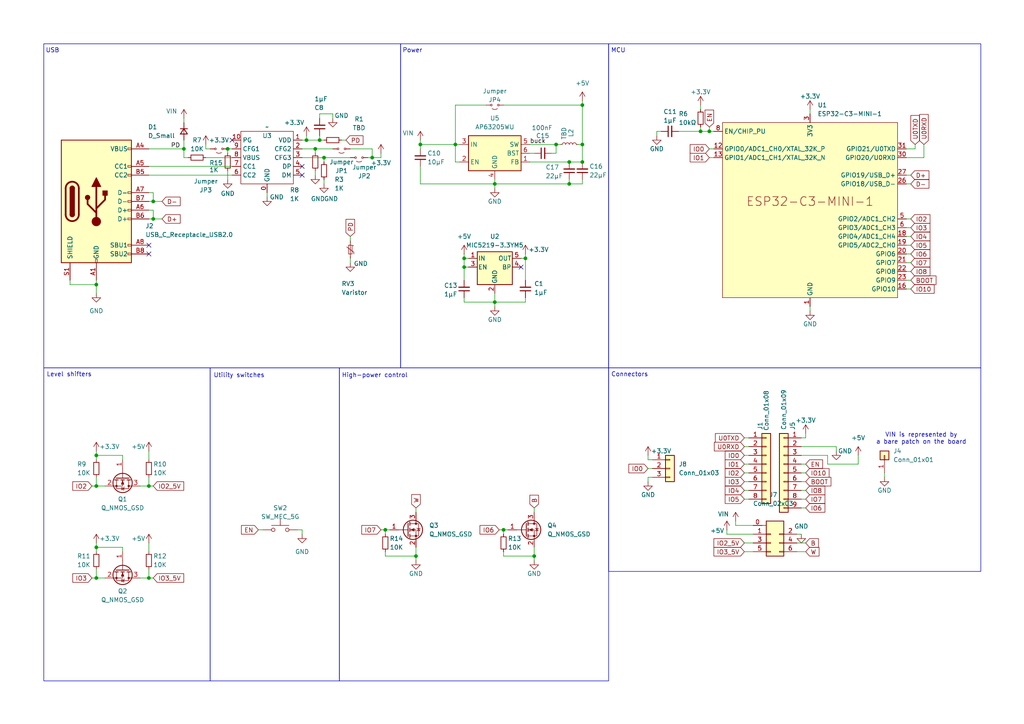
<source format=kicad_sch>
(kicad_sch (version 20250114) (generator "eeschema") (generator_version "9.0")
  (paper "A4")
  (title_block (title "Epi C3"))
  (rectangle (start 116.205 12.7) (end 176.53 106.68))
  (rectangle (start 12.7 12.7) (end 116.205 106.68))
  (rectangle (start 60.96 106.68) (end 98.425 197.485))
  (rectangle (start 12.7 106.68) (end 60.96 197.485))
  (rectangle (start 98.425 106.68) (end 176.53 197.485))
  (rectangle (start 176.53 106.68) (end 284.48 165.735))
  (rectangle (start 176.53 12.7) (end 284.48 106.68))
  (text "USB" (at 15.24 14.732 0) (effects (font (size 1.27 1.27))))
  (text "MCU" (at 179.324 14.732 0) (effects (font (size 1.27 1.27))))
  (text "VIN is represented by\na bare patch on the board" (at 267.208 127.254 0) (effects (font (size 1.27 1.27))))
  (text "Power" (at 119.634 14.732 0) (effects (font (size 1.27 1.27))))
  (text "Utility switches" (at 69.342 108.966 0) (effects (font (size 1.27 1.27))))
  (text "Connectors" (at 182.626 108.712 0) (effects (font (size 1.27 1.27))))
  (text "High-power control" (at 108.712 108.966 0) (effects (font (size 1.27 1.27))))
  (text "Level shifters" (at 20.066 108.712 0) (effects (font (size 1.27 1.27))))
  (junction (at 27.94 82.55))
  (junction (at 107.95 45.72))
  (junction (at 134.62 77.47))
  (junction (at 205.74 38.1))
  (junction (at 53.34 43.18))
  (junction (at 132.08 41.91))
  (junction (at 92.71 40.64))
  (junction (at 27.94 167.64))
  (junction (at 27.94 132.08))
  (junction (at 134.62 74.93))
  (junction (at 27.94 158.75))
  (junction (at 168.91 41.91))
  (junction (at 146.05 153.67))
  (junction (at 154.94 161.29))
  (junction (at 66.04 43.18))
  (junction (at 203.2 38.1))
  (junction (at 27.94 140.97))
  (junction (at 165.1 53.34))
  (junction (at 44.45 63.5))
  (junction (at 91.44 43.18))
  (junction (at 161.29 41.91))
  (junction (at 121.92 41.91))
  (junction (at 143.51 53.34))
  (junction (at 165.1 46.99))
  (junction (at 120.65 161.29))
  (junction (at 168.91 30.48))
  (junction (at 88.9 40.64))
  (junction (at 152.4 74.93))
  (junction (at 93.98 45.72))
  (junction (at 168.91 46.99))
  (junction (at 43.18 167.64))
  (junction (at 44.45 58.42))
  (junction (at 43.18 140.97))
  (junction (at 111.76 153.67))
  (junction (at 143.51 87.63))
  (no_connect (at 87.63 50.8))
  (no_connect (at 43.18 73.66))
  (no_connect (at 151.13 77.47))
  (no_connect (at 43.18 71.12))
  (no_connect (at 87.63 48.26))
  (no_connect (at 67.31 40.64))
  (wire (pts (xy 154.94 161.29) (xy 154.94 158.75)))
  (wire (pts (xy 44.45 55.88) (xy 44.45 58.42)))
  (wire (pts (xy 264.16 73.66) (xy 262.89 73.66)))
  (wire (pts (xy 233.68 157.48) (xy 231.14 157.48)))
  (wire (pts (xy 248.92 132.08) (xy 248.92 134.62)))
  (wire (pts (xy 134.62 77.47) (xy 135.89 77.47)))
  (wire (pts (xy 27.94 130.81) (xy 27.94 132.08)))
  (wire (pts (xy 264.16 83.82) (xy 262.89 83.82)))
  (wire (pts (xy 233.68 142.24) (xy 232.41 142.24)))
  (wire (pts (xy 66.04 49.53) (xy 66.04 52.07)))
  (wire (pts (xy 203.2 38.1) (xy 203.2 36.83)))
  (wire (pts (xy 43.18 140.97) (xy 44.45 140.97)))
  (wire (pts (xy 248.92 134.62) (xy 240.03 134.62)))
  (wire (pts (xy 87.63 40.64) (xy 88.9 40.64)))
  (wire (pts (xy 77.47 57.15) (xy 77.47 55.88)))
  (wire (pts (xy 110.49 45.72) (xy 107.95 45.72)))
  (wire (pts (xy 43.18 138.43) (xy 43.18 140.97)))
  (wire (pts (xy 91.44 49.53) (xy 91.44 50.8)))
  (wire (pts (xy 27.94 132.08) (xy 35.56 132.08)))
  (wire (pts (xy 92.71 33.02) (xy 96.52 33.02)))
  (wire (pts (xy 40.64 140.97) (xy 43.18 140.97)))
  (wire (pts (xy 87.63 153.67) (xy 87.63 154.94)))
  (wire (pts (xy 262.89 78.74) (xy 264.16 78.74)))
  (wire (pts (xy 187.96 133.35) (xy 189.23 133.35)))
  (wire (pts (xy 143.51 53.34) (xy 165.1 53.34)))
  (wire (pts (xy 27.94 158.75) (xy 27.94 160.02)))
  (wire (pts (xy 43.18 157.48) (xy 43.18 160.02)))
  (wire (pts (xy 88.9 39.37) (xy 88.9 40.64)))
  (wire (pts (xy 110.49 153.67) (xy 111.76 153.67)))
  (wire (pts (xy 43.18 55.88) (xy 44.45 55.88)))
  (wire (pts (xy 132.08 30.48) (xy 132.08 41.91)))
  (wire (pts (xy 132.08 46.99) (xy 133.35 46.99)))
  (wire (pts (xy 146.05 153.67) (xy 147.32 153.67)))
  (wire (pts (xy 233.68 144.78) (xy 232.41 144.78)))
  (wire (pts (xy 59.69 43.18) (xy 60.96 43.18)))
  (wire (pts (xy 27.94 132.08) (xy 27.94 133.35)))
  (wire (pts (xy 262.89 53.34) (xy 264.16 53.34)))
  (wire (pts (xy 262.89 81.28) (xy 264.16 81.28)))
  (wire (pts (xy 101.6 68.58) (xy 101.6 69.85)))
  (wire (pts (xy 146.05 30.48) (xy 168.91 30.48)))
  (wire (pts (xy 267.97 41.91) (xy 267.97 45.72)))
  (wire (pts (xy 120.65 161.29) (xy 120.65 158.75)))
  (wire (pts (xy 111.76 161.29) (xy 120.65 161.29)))
  (wire (pts (xy 35.56 158.75) (xy 35.56 160.02)))
  (wire (pts (xy 265.43 41.91) (xy 265.43 43.18)))
  (wire (pts (xy 106.68 45.72) (xy 107.95 45.72)))
  (wire (pts (xy 187.96 135.89) (xy 189.23 135.89)))
  (wire (pts (xy 256.54 137.16) (xy 256.54 138.43)))
  (wire (pts (xy 92.71 33.02) (xy 92.71 34.29)))
  (wire (pts (xy 26.67 140.97) (xy 27.94 140.97)))
  (wire (pts (xy 134.62 87.63) (xy 143.51 87.63)))
  (wire (pts (xy 165.1 52.07) (xy 165.1 53.34)))
  (wire (pts (xy 111.76 153.67) (xy 111.76 154.94)))
  (wire (pts (xy 161.29 41.91) (xy 153.67 41.91)))
  (wire (pts (xy 110.49 44.45) (xy 110.49 45.72)))
  (wire (pts (xy 187.96 138.43) (xy 189.23 138.43)))
  (wire (pts (xy 111.76 153.67) (xy 113.03 153.67)))
  (wire (pts (xy 262.89 50.8) (xy 264.16 50.8)))
  (wire (pts (xy 43.18 50.8) (xy 67.31 50.8)))
  (wire (pts (xy 210.82 154.94) (xy 218.44 154.94)))
  (wire (pts (xy 88.9 40.64) (xy 92.71 40.64)))
  (wire (pts (xy 233.68 139.7) (xy 232.41 139.7)))
  (wire (pts (xy 153.67 44.45) (xy 154.94 44.45)))
  (wire (pts (xy 27.94 167.64) (xy 30.48 167.64)))
  (wire (pts (xy 26.67 167.64) (xy 27.94 167.64)))
  (wire (pts (xy 120.65 147.32) (xy 120.65 148.59)))
  (wire (pts (xy 20.32 82.55) (xy 27.94 82.55)))
  (wire (pts (xy 233.68 134.62) (xy 232.41 134.62)))
  (wire (pts (xy 264.16 68.58) (xy 262.89 68.58)))
  (wire (pts (xy 262.89 66.04) (xy 264.16 66.04)))
  (wire (pts (xy 242.57 129.54) (xy 232.41 129.54)))
  (wire (pts (xy 96.52 33.02) (xy 96.52 34.29)))
  (wire (pts (xy 101.6 43.18) (xy 107.95 43.18)))
  (wire (pts (xy 203.2 38.1) (xy 205.74 38.1)))
  (wire (pts (xy 190.5 39.37) (xy 190.5 38.1)))
  (wire (pts (xy 168.91 29.21) (xy 168.91 30.48)))
  (wire (pts (xy 86.36 153.67) (xy 87.63 153.67)))
  (wire (pts (xy 44.45 63.5) (xy 46.99 63.5)))
  (wire (pts (xy 107.95 45.72) (xy 107.95 43.18)))
  (wire (pts (xy 215.9 144.78) (xy 217.17 144.78)))
  (wire (pts (xy 240.03 134.62) (xy 240.03 132.08)))
  (wire (pts (xy 233.68 127) (xy 232.41 127)))
  (wire (pts (xy 205.74 45.72) (xy 207.01 45.72)))
  (wire (pts (xy 153.67 46.99) (xy 165.1 46.99)))
  (wire (pts (xy 213.36 151.13) (xy 213.36 152.4)))
  (wire (pts (xy 66.04 43.18) (xy 66.04 44.45)))
  (wire (pts (xy 111.76 160.02) (xy 111.76 161.29)))
  (wire (pts (xy 43.18 48.26) (xy 67.31 48.26)))
  (wire (pts (xy 154.94 147.32) (xy 154.94 148.59)))
  (wire (pts (xy 233.68 160.02) (xy 231.14 160.02)))
  (wire (pts (xy 161.29 41.91) (xy 161.29 44.45)))
  (wire (pts (xy 146.05 160.02) (xy 146.05 161.29)))
  (wire (pts (xy 165.1 46.99) (xy 168.91 46.99)))
  (wire (pts (xy 93.98 46.99) (xy 93.98 45.72)))
  (wire (pts (xy 187.96 132.08) (xy 187.96 133.35)))
  (wire (pts (xy 59.69 41.91) (xy 59.69 43.18)))
  (wire (pts (xy 143.51 52.07) (xy 143.51 53.34)))
  (wire (pts (xy 205.74 43.18) (xy 207.01 43.18)))
  (wire (pts (xy 40.64 167.64) (xy 43.18 167.64)))
  (wire (pts (xy 101.6 76.2) (xy 101.6 74.93)))
  (wire (pts (xy 267.97 45.72) (xy 262.89 45.72)))
  (wire (pts (xy 203.2 30.48) (xy 203.2 31.75)))
  (wire (pts (xy 234.95 88.9) (xy 234.95 90.17)))
  (wire (pts (xy 213.36 152.4) (xy 218.44 152.4)))
  (wire (pts (xy 27.94 157.48) (xy 27.94 158.75)))
  (wire (pts (xy 196.85 38.1) (xy 203.2 38.1)))
  (wire (pts (xy 165.1 53.34) (xy 168.91 53.34)))
  (wire (pts (xy 265.43 43.18) (xy 262.89 43.18)))
  (wire (pts (xy 66.04 43.18) (xy 67.31 43.18)))
  (wire (pts (xy 152.4 74.93) (xy 151.13 74.93)))
  (wire (pts (xy 27.94 85.09) (xy 27.94 82.55)))
  (wire (pts (xy 132.08 41.91) (xy 132.08 46.99)))
  (wire (pts (xy 121.92 53.34) (xy 143.51 53.34)))
  (wire (pts (xy 215.9 157.48) (xy 218.44 157.48)))
  (wire (pts (xy 167.64 41.91) (xy 168.91 41.91)))
  (wire (pts (xy 134.62 86.36) (xy 134.62 87.63)))
  (wire (pts (xy 233.68 125.73) (xy 233.68 127)))
  (wire (pts (xy 168.91 52.07) (xy 168.91 53.34)))
  (wire (pts (xy 215.9 139.7) (xy 217.17 139.7)))
  (wire (pts (xy 152.4 81.28) (xy 152.4 74.93)))
  (wire (pts (xy 146.05 161.29) (xy 154.94 161.29)))
  (wire (pts (xy 53.34 34.29) (xy 53.34 35.56)))
  (wire (pts (xy 35.56 132.08) (xy 35.56 133.35)))
  (wire (pts (xy 134.62 74.93) (xy 134.62 77.47)))
  (wire (pts (xy 234.95 31.75) (xy 234.95 33.02)))
  (wire (pts (xy 91.44 43.18) (xy 96.52 43.18)))
  (wire (pts (xy 240.03 132.08) (xy 232.41 132.08)))
  (wire (pts (xy 43.18 130.81) (xy 43.18 133.35)))
  (wire (pts (xy 20.32 81.28) (xy 20.32 82.55)))
  (wire (pts (xy 215.9 127) (xy 217.17 127)))
  (wire (pts (xy 143.51 54.61) (xy 143.51 53.34)))
  (wire (pts (xy 121.92 43.18) (xy 121.92 41.91)))
  (wire (pts (xy 152.4 73.66) (xy 152.4 74.93)))
  (wire (pts (xy 152.4 86.36) (xy 152.4 87.63)))
  (wire (pts (xy 132.08 30.48) (xy 140.97 30.48)))
  (wire (pts (xy 121.92 41.91) (xy 132.08 41.91)))
  (wire (pts (xy 59.69 45.72) (xy 67.31 45.72)))
  (wire (pts (xy 27.94 82.55) (xy 27.94 81.28)))
  (wire (pts (xy 144.78 153.67) (xy 146.05 153.67)))
  (wire (pts (xy 43.18 63.5) (xy 44.45 63.5)))
  (wire (pts (xy 242.57 130.81) (xy 242.57 129.54)))
  (wire (pts (xy 154.94 162.56) (xy 154.94 161.29)))
  (wire (pts (xy 99.06 40.64) (xy 100.33 40.64)))
  (wire (pts (xy 91.44 44.45) (xy 91.44 43.18)))
  (wire (pts (xy 162.56 41.91) (xy 161.29 41.91)))
  (wire (pts (xy 43.18 58.42) (xy 44.45 58.42)))
  (wire (pts (xy 121.92 40.64) (xy 121.92 41.91)))
  (wire (pts (xy 27.94 158.75) (xy 35.56 158.75)))
  (wire (pts (xy 134.62 74.93) (xy 135.89 74.93)))
  (wire (pts (xy 160.02 44.45) (xy 161.29 44.45)))
  (wire (pts (xy 168.91 30.48) (xy 168.91 41.91)))
  (wire (pts (xy 215.9 137.16) (xy 217.17 137.16)))
  (wire (pts (xy 168.91 41.91) (xy 168.91 46.99)))
  (wire (pts (xy 215.9 160.02) (xy 218.44 160.02)))
  (wire (pts (xy 143.51 87.63) (xy 143.51 88.9)))
  (wire (pts (xy 87.63 45.72) (xy 93.98 45.72)))
  (wire (pts (xy 215.9 132.08) (xy 217.17 132.08)))
  (wire (pts (xy 231.14 154.94) (xy 232.41 154.94)))
  (wire (pts (xy 93.98 52.07) (xy 93.98 53.34)))
  (wire (pts (xy 215.9 142.24) (xy 217.17 142.24)))
  (wire (pts (xy 187.96 138.43) (xy 187.96 139.7)))
  (wire (pts (xy 215.9 134.62) (xy 217.17 134.62)))
  (wire (pts (xy 27.94 165.1) (xy 27.94 167.64)))
  (wire (pts (xy 44.45 58.42) (xy 46.99 58.42)))
  (wire (pts (xy 264.16 76.2) (xy 262.89 76.2)))
  (wire (pts (xy 92.71 40.64) (xy 93.98 40.64)))
  (wire (pts (xy 121.92 48.26) (xy 121.92 53.34)))
  (wire (pts (xy 215.9 129.54) (xy 217.17 129.54)))
  (wire (pts (xy 152.4 87.63) (xy 143.51 87.63)))
  (wire (pts (xy 43.18 167.64) (xy 44.45 167.64)))
  (wire (pts (xy 190.5 38.1) (xy 191.77 38.1)))
  (wire (pts (xy 146.05 153.67) (xy 146.05 154.94)))
  (wire (pts (xy 53.34 45.72) (xy 54.61 45.72)))
  (wire (pts (xy 27.94 140.97) (xy 30.48 140.97)))
  (wire (pts (xy 120.65 162.56) (xy 120.65 161.29)))
  (wire (pts (xy 92.71 39.37) (xy 92.71 40.64)))
  (wire (pts (xy 53.34 43.18) (xy 53.34 45.72)))
  (wire (pts (xy 264.16 71.12) (xy 262.89 71.12)))
  (wire (pts (xy 93.98 45.72) (xy 101.6 45.72)))
  (wire (pts (xy 262.89 63.5) (xy 264.16 63.5)))
  (wire (pts (xy 134.62 73.66) (xy 134.62 74.93)))
  (wire (pts (xy 43.18 165.1) (xy 43.18 167.64)))
  (wire (pts (xy 53.34 40.64) (xy 53.34 43.18)))
  (wire (pts (xy 27.94 138.43) (xy 27.94 140.97)))
  (wire (pts (xy 44.45 60.96) (xy 44.45 63.5)))
  (wire (pts (xy 74.93 153.67) (xy 76.2 153.67)))
  (wire (pts (xy 205.74 38.1) (xy 207.01 38.1)))
  (wire (pts (xy 205.74 36.83) (xy 205.74 38.1)))
  (wire (pts (xy 134.62 77.47) (xy 134.62 81.28)))
  (wire (pts (xy 143.51 85.09) (xy 143.51 87.63)))
  (wire (pts (xy 233.68 137.16) (xy 232.41 137.16)))
  (wire (pts (xy 233.68 147.32) (xy 232.41 147.32)))
  (wire (pts (xy 43.18 43.18) (xy 53.34 43.18)))
  (wire (pts (xy 132.08 41.91) (xy 133.35 41.91)))
  (wire (pts (xy 43.18 60.96) (xy 44.45 60.96)))
  (wire (pts (xy 87.63 43.18) (xy 91.44 43.18)))
  (wire (pts (xy 210.82 153.67) (xy 210.82 154.94)))
  (label "buck" (at 153.67 41.91 0))
  (label "PD" (at 49.53 43.18 0))
  (global_label "IO3_5V" (shape input) (at 44.45 167.64 0) (property "Intersheetrefs" "${INTERSHEET_REFS}" (effects (hide yes))))
  (global_label "IO0" (shape input) (at 205.74 43.18 180) (property "Intersheetrefs" "${INTERSHEET_REFS}" (effects (hide yes))))
  (global_label "IO10" (shape input) (at 264.16 83.82 0) (property "Intersheetrefs" "${INTERSHEET_REFS}" (effects (hide yes))))
  (global_label "IO5" (shape input) (at 215.9 144.78 180) (property "Intersheetrefs" "${INTERSHEET_REFS}" (effects (hide yes))))
  (global_label "EN" (shape input) (at 74.93 153.67 180) (property "Intersheetrefs" "${INTERSHEET_REFS}" (effects (hide yes))))
  (global_label "U0RXD" (shape input) (at 215.9 129.54 180) (property "Intersheetrefs" "${INTERSHEET_REFS}" (effects (hide yes))))
  (global_label "B" (shape input) (at 233.68 157.48 0) (property "Intersheetrefs" "${INTERSHEET_REFS}" (effects (hide yes))))
  (global_label "IO3" (shape input) (at 215.9 139.7 180) (property "Intersheetrefs" "${INTERSHEET_REFS}" (effects (hide yes))))
  (global_label "IO8" (shape input) (at 264.16 78.74 0) (property "Intersheetrefs" "${INTERSHEET_REFS}" (effects (hide yes))))
  (global_label "U0TXD" (shape input) (at 215.9 127 180) (property "Intersheetrefs" "${INTERSHEET_REFS}" (effects (hide yes))))
  (global_label "IO6" (shape input) (at 144.78 153.67 180) (property "Intersheetrefs" "${INTERSHEET_REFS}" (effects (hide yes))))
  (global_label "IO5" (shape input) (at 264.16 71.12 0) (property "Intersheetrefs" "${INTERSHEET_REFS}" (effects (hide yes))))
  (global_label "PD" (shape input) (at 101.6 68.58 90) (property "Intersheetrefs" "${INTERSHEET_REFS}" (effects (hide yes))))
  (global_label "IO2_5V" (shape input) (at 44.45 140.97 0) (property "Intersheetrefs" "${INTERSHEET_REFS}" (effects (hide yes))))
  (global_label "PD" (shape input) (at 100.33 40.64 0) (property "Intersheetrefs" "${INTERSHEET_REFS}" (effects (hide yes))))
  (global_label "IO3" (shape input) (at 26.67 167.64 180) (property "Intersheetrefs" "${INTERSHEET_REFS}" (effects (hide yes))))
  (global_label "IO2" (shape input) (at 26.67 140.97 180) (property "Intersheetrefs" "${INTERSHEET_REFS}" (effects (hide yes))))
  (global_label "IO0" (shape input) (at 187.96 135.89 180) (property "Intersheetrefs" "${INTERSHEET_REFS}" (effects (hide yes))))
  (global_label "IO6" (shape input) (at 233.68 147.32 0) (property "Intersheetrefs" "${INTERSHEET_REFS}" (effects (hide yes))))
  (global_label "IO7" (shape input) (at 264.16 76.2 0) (property "Intersheetrefs" "${INTERSHEET_REFS}" (effects (hide yes))))
  (global_label "U0TXD" (shape input) (at 265.43 41.91 90) (property "Intersheetrefs" "${INTERSHEET_REFS}" (effects (hide yes))))
  (global_label "IO6" (shape input) (at 264.16 73.66 0) (property "Intersheetrefs" "${INTERSHEET_REFS}" (effects (hide yes))))
  (global_label "IO0" (shape input) (at 215.9 132.08 180) (property "Intersheetrefs" "${INTERSHEET_REFS}" (effects (hide yes))))
  (global_label "D-" (shape input) (at 264.16 53.34 0) (property "Intersheetrefs" "${INTERSHEET_REFS}" (effects (hide yes))))
  (global_label "IO7" (shape input) (at 233.68 144.78 0) (property "Intersheetrefs" "${INTERSHEET_REFS}" (effects (hide yes))))
  (global_label "IO2" (shape input) (at 215.9 137.16 180) (property "Intersheetrefs" "${INTERSHEET_REFS}" (effects (hide yes))))
  (global_label "IO1" (shape input) (at 215.9 134.62 180) (property "Intersheetrefs" "${INTERSHEET_REFS}" (effects (hide yes))))
  (global_label "IO4" (shape input) (at 215.9 142.24 180) (property "Intersheetrefs" "${INTERSHEET_REFS}" (effects (hide yes))))
  (global_label "D-" (shape input) (at 46.99 58.42 0) (property "Intersheetrefs" "${INTERSHEET_REFS}" (effects (hide yes))))
  (global_label "IO8" (shape input) (at 233.68 142.24 0) (property "Intersheetrefs" "${INTERSHEET_REFS}" (effects (hide yes))))
  (global_label "D+" (shape input) (at 46.99 63.5 0) (property "Intersheetrefs" "${INTERSHEET_REFS}" (effects (hide yes))))
  (global_label "IO2_5V" (shape input) (at 215.9 157.48 180) (property "Intersheetrefs" "${INTERSHEET_REFS}" (effects (hide yes))))
  (global_label "BOOT" (shape input) (at 264.16 81.28 0) (property "Intersheetrefs" "${INTERSHEET_REFS}" (effects (hide yes))))
  (global_label "IO1" (shape input) (at 205.74 45.72 180) (property "Intersheetrefs" "${INTERSHEET_REFS}" (effects (hide yes))))
  (global_label "IO3" (shape input) (at 264.16 66.04 0) (property "Intersheetrefs" "${INTERSHEET_REFS}" (effects (hide yes))))
  (global_label "BOOT" (shape input) (at 233.68 139.7 0) (property "Intersheetrefs" "${INTERSHEET_REFS}" (effects (hide yes))))
  (global_label "IO4" (shape input) (at 264.16 68.58 0) (property "Intersheetrefs" "${INTERSHEET_REFS}" (effects (hide yes))))
  (global_label "U0RXD" (shape input) (at 267.97 41.91 90) (property "Intersheetrefs" "${INTERSHEET_REFS}" (effects (hide yes))))
  (global_label "EN" (shape input) (at 233.68 134.62 0) (property "Intersheetrefs" "${INTERSHEET_REFS}" (effects (hide yes))))
  (global_label "IO3_5V" (shape input) (at 215.9 160.02 180) (property "Intersheetrefs" "${INTERSHEET_REFS}" (effects (hide yes))))
  (global_label "EN" (shape input) (at 205.74 36.83 90) (property "Intersheetrefs" "${INTERSHEET_REFS}" (effects (hide yes))))
  (global_label "W" (shape input) (at 233.68 160.02 0) (property "Intersheetrefs" "${INTERSHEET_REFS}" (effects (hide yes))))
  (global_label "D+" (shape input) (at 264.16 50.8 0) (property "Intersheetrefs" "${INTERSHEET_REFS}" (effects (hide yes))))
  (global_label "IO10" (shape input) (at 233.68 137.16 0) (property "Intersheetrefs" "${INTERSHEET_REFS}" (effects (hide yes))))
  (global_label "IO2" (shape input) (at 264.16 63.5 0) (property "Intersheetrefs" "${INTERSHEET_REFS}" (effects (hide yes))))
  (global_label "W" (shape input) (at 120.65 147.32 90) (property "Intersheetrefs" "${INTERSHEET_REFS}" (effects (hide yes))))
  (global_label "IO7" (shape input) (at 110.49 153.67 180) (property "Intersheetrefs" "${INTERSHEET_REFS}" (effects (hide yes))))
  (global_label "B" (shape input) (at 154.94 147.32 90) (property "Intersheetrefs" "${INTERSHEET_REFS}" (effects (hide yes))))
  (symbol (lib_id "power:GND") (at 232.41 154.94 0) (unit 1)
    (property "Reference" "#PWR046" (effects (hide yes)))
    (property "Value" "GND" (at 232.41 152.654 0))
  )
  (symbol (lib_id "power:+3.3V") (at 233.68 125.73 0) (unit 1)
    (property "Reference" "#PWR025" (effects (hide yes)))
    (property "Value" "+3.3V" (at 233.68 121.92 0))
  )
  (symbol (lib_id "power:GND") (at 187.96 139.7 0) (unit 1)
    (property "Reference" "#PWR052" (effects (hide yes)))
    (property "Value" "GND" (at 187.96 143.51 0))
  )
  (symbol (lib_id "power:+3.3V") (at 27.94 157.48 0) (unit 1)
    (property "Reference" "#PWR043" (effects (hide yes)))
    (property "Value" "+3.3V" (at 31.75 156.21 0))
  )
  (symbol (lib_name "Polyfuse_Small_1") (lib_id "Device:Polyfuse_Small") (at 101.6 72.39 0) (unit 1)
    (property "Reference" "RV3" (at 99.06 82.296 0) (effects (justify left)))
    (property "Value" "Varistor" (at 99.06 84.836 0) (effects (justify left)))
    (property "Footprint" "Resistor_SMD:R_0402_1005Metric" (effects (hide yes)))
  )
  (symbol (lib_id "Device:Q_NMOS_GSD") (at 35.56 138.43 270) (unit 1)
    (property "Reference" "Q1" (at 35.56 144.78 90))
    (property "Value" "Q_NMOS_GSD" (at 35.56 147.32 90))
    (property "Footprint" "Package_TO_SOT_SMD:SOT-23" (effects (hide yes)))
    (property "Description" "N-MOSFET transistor, gate/source/drain" (effects (hide yes)))
  )
  (symbol (lib_id "power:+3.3V") (at 187.96 132.08 0) (unit 1)
    (property "Reference" "#PWR051" (effects (hide yes)))
    (property "Value" "+3.3V" (at 191.77 130.81 0))
  )
  (symbol (lib_id "Connector_Generic:Conn_01x03") (at 194.31 135.89 0) (unit 1)
    (property "Reference" "J8" (at 196.85 134.6199 0) (effects (justify left)))
    (property "Value" "Conn_01x03" (at 196.85 137.1599 0) (effects (justify left)))
    (property "Footprint" "Connector_PinHeader_2.54mm:PinHeader_1x03_P2.54mm_Vertical" (effects (hide yes)))
    (property "Description" "Generic connector, single row, 01x03, script generated (kicad-library-utils/schlib/autogen/connector/)" (effects (hide yes)))
  )
  (symbol (lib_id "power:GND") (at 101.6 76.2 0) (unit 1)
    (property "Reference" "#PWR055" (effects (hide yes)))
    (property "Value" "GND" (at 104.648 76.454 0))
    (property "Description" "Power symbol creates a global label with name \"GND\" , ground" (effects (hide yes)))
  )
  (symbol (lib_id "power:+3.3V") (at 110.49 44.45 0) (unit 1)
    (property "Reference" "#PWR011" (effects (hide yes)))
    (property "Value" "+3.3V" (at 110.49 47.244 0))
  )
  (symbol (lib_id "Jumper:Jumper_2_Small_Open") (at 63.5 43.18 180) (unit 1) (exclude_from_sim yes)
    (property "Reference" "JP3" (at 59.69 55.118 0))
    (property "Value" "Jumper" (at 59.69 52.578 0))
    (property "Footprint" "Jumper:SolderJumper-2_P1.3mm_Open_RoundedPad1.0x1.5mm" (effects (hide yes)))
    (property "Description" "Jumper, 2-pole, small symbol, open" (effects (hide yes)))
  )
  (symbol (lib_id "power:GND") (at 256.54 138.43 0) (mirror y) (unit 1)
    (property "Reference" "#PWR050" (effects (hide yes)))
    (property "Value" "GND" (at 256.54 142.24 0))
  )
  (symbol (lib_name "+5V_1") (lib_id "power:+5V") (at 43.18 157.48 0) (unit 1)
    (property "Reference" "#PWR044" (effects (hide yes)))
    (property "Value" "+5V" (at 40.132 156.21 0))
    (property "Description" "Power symbol creates a global label with name \"+5V\"" (effects (hide yes)))
  )
  (symbol (lib_id "diy:CH224K") (at 77.47 45.72 0) (mirror y) (unit 1)
    (property "Reference" "U3" (at 77.47 39.37 0))
    (property "Value" "~" (at 77.47 36.83 0))
    (property "Footprint" "Package_SO:SOIC-10_3.9x4.9mm_P1mm" (effects (hide yes)))
  )
  (symbol (lib_id "Connector_Generic:Conn_01x09") (at 227.33 137.16 0) (mirror y) (unit 1)
    (property "Reference" "J5" (at 229.87 124.714 90) (effects (justify left)))
    (property "Value" "Conn_01x09" (at 227.33 124.714 90) (effects (justify left)))
    (property "Footprint" "Connector_PinHeader_2.54mm:PinHeader_1x09_P2.54mm_Vertical" (effects (hide yes)))
    (property "Description" "Generic connector, single row, 01x09, script generated (kicad-library-utils/schlib/autogen/connector/)" (effects (hide yes)))
  )
  (symbol (lib_id "Jumper:Jumper_2_Small_Open") (at 143.51 30.48 180) (unit 1) (exclude_from_sim yes)
    (property "Reference" "JP4" (at 143.51 28.956 0))
    (property "Value" "Jumper" (at 143.51 26.416 0))
    (property "Footprint" "Jumper:SolderJumper-2_P1.3mm_Open_RoundedPad1.0x1.5mm" (effects (hide yes)))
    (property "Description" "Jumper, 2-pole, small symbol, open" (effects (hide yes)))
  )
  (symbol (lib_id "Device:C_Small") (at 92.71 36.83 180) (unit 1)
    (property "Reference" "C8" (at 91.186 31.242 0) (effects (justify right)))
    (property "Value" "1µF" (at 91.186 28.702 0) (effects (justify right)))
    (property "Footprint" "Capacitor_SMD:C_0402_1005Metric" (effects (hide yes)))
  )
  (symbol (lib_id "power:GND") (at 91.44 50.8 0) (unit 1)
    (property "Reference" "#PWR033" (effects (hide yes)))
    (property "Value" "GND" (at 92.202 57.658 0))
    (property "Description" "Power symbol creates a global label with name \"GND\" , ground" (effects (hide yes)))
  )
  (symbol (lib_id "Device:C_Small") (at 157.48 44.45 90) (unit 1)
    (property "Reference" "C15" (at 155.448 39.37 90) (effects (justify right)))
    (property "Value" "100nF" (at 154.178 37.084 90) (effects (justify right)))
    (property "Footprint" "Capacitor_SMD:C_0402_1005Metric" (effects (hide yes)))
  )
  (symbol (lib_id "power:GND") (at 154.94 162.56 0) (unit 1)
    (property "Reference" "#PWR047" (effects (hide yes)))
    (property "Value" "GND" (at 154.94 166.37 0))
  )
  (symbol (lib_id "Connector:USB_C_Receptacle_USB2.0") (at 27.94 58.42 0) (unit 1)
    (property "Reference" "J2" (at 42.164 65.532 0) (effects (justify left)))
    (property "Value" "USB_C_Receptacle_USB2.0" (at 42.164 68.072 0) (effects (justify left)))
    (property "Footprint" "Connector_USB:USB_C_Receptacle_G-Switch_GT-USB-7010ASV" (effects (hide yes)))
    (property "Datasheet" "https://www.usb.org/sites/default/files/documents/usb_type-c.zip" (effects (hide yes)))
  )
  (symbol (lib_id "power:GND") (at 93.98 53.34 0) (unit 1)
    (property "Reference" "#PWR032" (effects (hide yes)))
    (property "Value" "GND" (at 96.012 57.658 0))
    (property "Description" "Power symbol creates a global label with name \"GND\" , ground" (effects (hide yes)))
  )
  (symbol (lib_id "Device:Q_NMOS_GSD") (at 35.56 165.1 270) (unit 1)
    (property "Reference" "Q2" (at 35.56 171.45 90))
    (property "Value" "Q_NMOS_GSD" (at 35.56 173.99 90))
    (property "Footprint" "Package_TO_SOT_SMD:SOT-23" (effects (hide yes)))
    (property "Description" "N-MOSFET transistor, gate/source/drain" (effects (hide yes)))
  )
  (symbol (lib_id "Device:R_Small") (at 91.44 46.99 180) (unit 1)
    (property "Reference" "R8" (at 84.074 55.118 0) (effects (justify right)))
    (property "Value" "1K" (at 84.074 57.658 0) (effects (justify right)))
    (property "Footprint" "Resistor_SMD:R_0402_1005Metric" (effects (hide yes)))
    (property "Description" "Resistor, small symbol" (effects (hide yes)))
  )
  (symbol (lib_name "SW_MEC_5G_1") (lib_id "Switch:SW_MEC_5G") (at 81.28 153.67 0) (unit 1)
    (property "Reference" "SW2" (at 81.28 147.32 0))
    (property "Value" "SW_MEC_5G" (at 81.28 149.86 0))
    (property "Footprint" "DIY:R-668048" (effects (hide yes)))
    (property "Datasheet" "http://www.apem.com/int/index.php?controller=attachment&id_attachment=488" (effects (hide yes)))
  )
  (symbol (lib_id "Device:R_Small") (at 146.05 157.48 180) (unit 1)
    (property "Reference" "R13" (at 147.32 156.21 0) (effects (justify right)))
    (property "Value" "10K" (at 147.32 158.75 0) (effects (justify right)))
    (property "Footprint" "Resistor_SMD:R_0402_1005Metric" (effects (hide yes)))
    (property "Description" "Resistor, small symbol" (effects (hide yes)))
  )
  (symbol (lib_id "Device:R_Small") (at 43.18 162.56 180) (unit 1)
    (property "Reference" "R12" (at 44.45 161.29 0) (effects (justify right)))
    (property "Value" "10K" (at 44.45 163.83 0) (effects (justify right)))
    (property "Footprint" "Resistor_SMD:R_0402_1005Metric" (effects (hide yes)))
    (property "Description" "Resistor, small symbol" (effects (hide yes)))
  )
  (symbol (lib_id "Device:Q_NMOS_GSD") (at 118.11 153.67 0) (unit 1)
    (property "Reference" "Q3" (at 124.46 152.3999 0) (effects (justify left)))
    (property "Value" "Q_NMOS_GSD" (at 124.46 154.9399 0) (effects (justify left)))
    (property "Footprint" "Package_TO_SOT_SMD:SOT-23" (effects (hide yes)))
    (property "Description" "N-MOSFET transistor, gate/source/drain" (effects (hide yes)))
  )
  (symbol (lib_name "+5V_1") (lib_id "power:+5V") (at 43.18 130.81 0) (unit 1)
    (property "Reference" "#PWR041" (effects (hide yes)))
    (property "Value" "+5V" (at 40.132 129.54 0))
    (property "Description" "Power symbol creates a global label with name \"+5V\"" (effects (hide yes)))
  )
  (symbol (lib_id "power:GND") (at 143.51 54.61 0) (unit 1)
    (property "Reference" "#PWR017" (effects (hide yes)))
    (property "Value" "GND" (at 143.51 58.42 0))
  )
  (symbol (lib_id "Device:C_Small") (at 165.1 49.53 180) (unit 1)
    (property "Reference" "C17" (at 158.242 48.514 0) (effects (justify right)))
    (property "Value" "22µF" (at 158.242 51.054 0) (effects (justify right)))
    (property "Footprint" "Capacitor_SMD:C_0805_2012Metric" (effects (hide yes)))
  )
  (symbol (lib_id "power:+3.3V") (at 203.2 30.48 0) (unit 1)
    (property "Reference" "#PWR010" (effects (hide yes)))
    (property "Value" "+3.3V" (at 203.2 26.67 0))
  )
  (symbol (lib_id "Device:R_Small") (at 93.98 49.53 180) (unit 1)
    (property "Reference" "R3" (at 97.028 52.07 0) (effects (justify right)))
    (property "Value" "1K" (at 97.028 54.61 0) (effects (justify right)))
    (property "Footprint" "Resistor_SMD:R_0402_1005Metric" (effects (hide yes)))
    (property "Description" "Resistor, small symbol" (effects (hide yes)))
  )
  (symbol (lib_id "power:GND") (at 87.63 154.94 0) (unit 1)
    (property "Reference" "#PWR023" (effects (hide yes)))
    (property "Value" "GND" (at 87.63 160.02 0))
  )
  (symbol (lib_id "Device:R_Small") (at 43.18 135.89 180) (unit 1)
    (property "Reference" "R10" (at 44.45 134.62 0) (effects (justify right)))
    (property "Value" "10K" (at 44.45 137.16 0) (effects (justify right)))
    (property "Footprint" "Resistor_SMD:R_0402_1005Metric" (effects (hide yes)))
    (property "Description" "Resistor, small symbol" (effects (hide yes)))
  )
  (symbol (lib_id "power:GND") (at 120.65 162.56 0) (unit 1)
    (property "Reference" "#PWR048" (effects (hide yes)))
    (property "Value" "GND" (at 120.65 166.37 0))
  )
  (symbol (lib_id "Device:C_Small") (at 152.4 83.82 180) (unit 1)
    (property "Reference" "C1" (at 154.94 82.296 0) (effects (justify right)))
    (property "Value" "1µF" (at 154.94 84.836 0) (effects (justify right)))
    (property "Footprint" "Capacitor_SMD:C_0402_1005Metric" (effects (hide yes)))
  )
  (symbol (lib_id "power:+3.3V") (at 152.4 73.66 0) (unit 1)
    (property "Reference" "#PWR018" (effects (hide yes)))
    (property "Value" "+3.3V" (at 156.21 72.39 0))
  )
  (symbol (lib_id "power:+3.3V") (at 88.9 39.37 0) (unit 1)
    (property "Reference" "#PWR034" (effects (hide yes)))
    (property "Value" "+3.3V" (at 85.344 35.56 0))
  )
  (symbol (lib_id "power:GND") (at 234.95 90.17 0) (unit 1)
    (property "Reference" "#PWR06" (effects (hide yes)))
    (property "Value" "GND" (at 234.95 93.98 0))
  )
  (symbol (lib_id "Jumper:Jumper_2_Small_Open") (at 104.14 45.72 180) (unit 1) (exclude_from_sim yes)
    (property "Reference" "JP2" (at 105.664 51.054 0))
    (property "Value" "Jumper" (at 105.664 48.514 0))
    (property "Footprint" "Jumper:SolderJumper-2_P1.3mm_Open_RoundedPad1.0x1.5mm" (effects (hide yes)))
    (property "Description" "Jumper, 2-pole, small symbol, open" (effects (hide yes)))
  )
  (symbol (lib_id "Device:C_Small") (at 134.62 83.82 180) (unit 1)
    (property "Reference" "C13" (at 128.778 82.804 0) (effects (justify right)))
    (property "Value" "1µF" (at 128.778 85.344 0) (effects (justify right)))
    (property "Footprint" "Capacitor_SMD:C_0402_1005Metric" (effects (hide yes)))
  )
  (symbol (lib_id "Jumper:Jumper_2_Small_Open") (at 99.06 43.18 180) (unit 1) (exclude_from_sim yes)
    (property "Reference" "JP1" (at 99.06 49.53 0))
    (property "Value" "Jumper" (at 99.06 46.99 0))
    (property "Footprint" "Jumper:SolderJumper-2_P1.3mm_Open_RoundedPad1.0x1.5mm" (effects (hide yes)))
    (property "Description" "Jumper, 2-pole, small symbol, open" (effects (hide yes)))
  )
  (symbol (lib_id "Device:R_Small") (at 27.94 135.89 180) (unit 1)
    (property "Reference" "R9" (at 22.352 134.62 0) (effects (justify right)))
    (property "Value" "10K" (at 22.352 137.16 0) (effects (justify right)))
    (property "Footprint" "Resistor_SMD:R_0402_1005Metric" (effects (hide yes)))
    (property "Description" "Resistor, small symbol" (effects (hide yes)))
  )
  (symbol (lib_id "power:VCC") (at 213.36 151.13 0) (unit 1)
    (property "Reference" "#PWR01" (effects (hide yes)))
    (property "Value" "VIN" (at 209.804 149.098 0))
    (property "Description" "Power symbol creates a global label with name \"VCC\"" (effects (hide yes)))
  )
  (symbol (lib_id "Regulator_Switching:AP63203WU") (at 143.51 44.45 0) (unit 1)
    (property "Reference" "U5" (at 143.51 34.29 0))
    (property "Value" "AP63205WU" (at 143.51 36.83 0))
    (property "Footprint" "Package_TO_SOT_SMD:TSOT-23-6" (effects (hide yes)))
    (property "Datasheet" "https://www.diodes.com/assets/Datasheets/AP63200-AP63201-AP63203-AP63205.pdf" (effects (hide yes)))
    (property "Description" "2A, 1.1MHz Buck DC/DC Converter, fixed 3.3V output voltage, TSOT-23-6" (effects (hide yes)))
  )
  (symbol (lib_id "power:+3.3V") (at 27.94 130.81 0) (unit 1)
    (property "Reference" "#PWR042" (effects (hide yes)))
    (property "Value" "+3.3V" (at 31.75 129.54 0))
  )
  (symbol (lib_id "Device:C_Small") (at 168.91 49.53 180) (unit 1)
    (property "Reference" "C16" (at 170.942 48.26 0) (effects (justify right)))
    (property "Value" "22µF" (at 170.942 50.8 0) (effects (justify right)))
    (property "Footprint" "Capacitor_SMD:C_0805_2012Metric" (effects (hide yes)))
  )
  (symbol (lib_id "Device:R_Small") (at 57.15 45.72 90) (unit 1)
    (property "Reference" "R7" (at 57.15 40.64 90))
    (property "Value" "10K" (at 57.15 43.18 90))
    (property "Footprint" "Resistor_SMD:R_0402_1005Metric" (effects (hide yes)))
    (property "Description" "Resistor, small symbol" (effects (hide yes)))
  )
  (symbol (lib_id "Device:R_Small") (at 111.76 157.48 180) (unit 1)
    (property "Reference" "R14" (at 113.03 156.21 0) (effects (justify right)))
    (property "Value" "10K" (at 113.03 158.75 0) (effects (justify right)))
    (property "Footprint" "Resistor_SMD:R_0402_1005Metric" (effects (hide yes)))
    (property "Description" "Resistor, small symbol" (effects (hide yes)))
  )
  (symbol (lib_id "Connector_Generic:Conn_01x01") (at 256.54 132.08 90) (unit 1)
    (property "Reference" "J4" (at 259.08 130.8099 90) (effects (justify right)))
    (property "Value" "Conn_01x01" (at 259.08 133.3499 90) (effects (justify right)))
    (property "Footprint" "TestPoint:TestPoint_Pad_3.0x3.0mm" (effects (hide yes)))
    (property "Description" "Generic connector, single row, 01x01, script generated (kicad-library-utils/schlib/autogen/connector/)" (effects (hide yes)))
  )
  (symbol (lib_id "Device:D_Small") (at 53.34 38.1 270) (unit 1)
    (property "Reference" "D1" (at 42.926 36.83 90) (effects (justify left)))
    (property "Value" "D_Small" (at 42.926 39.37 90) (effects (justify left)))
    (property "Footprint" "Diode_SMD:D_SOD-128" (effects (hide yes)))
    (property "Description" "Diode, small symbol" (effects (hide yes)))
    (property "Sim.Device" "D" (effects (hide yes)))
    (property "Sim.Pins" "1=K 2=A" (effects (hide yes)))
  )
  (symbol (lib_id "power:VCC") (at 121.92 40.64 0) (unit 1)
    (property "Reference" "#PWR016" (effects (hide yes)))
    (property "Value" "VIN" (at 118.364 38.608 0))
    (property "Description" "Power symbol creates a global label with name \"VCC\"" (effects (hide yes)))
  )
  (symbol (lib_id "power:+3.3V") (at 59.69 41.91 0) (unit 1)
    (property "Reference" "#PWR027" (effects (hide yes)))
    (property "Value" "+3.3V" (at 63.5 40.64 0))
  )
  (symbol (lib_name "+5V_1") (lib_id "power:+5V") (at 248.92 132.08 0) (unit 1)
    (property "Reference" "#PWR028" (effects (hide yes)))
    (property "Value" "+5V" (at 248.92 127 0))
    (property "Description" "Power symbol creates a global label with name \"+5V\"" (effects (hide yes)))
  )
  (symbol (lib_id "Device:Q_NMOS_GSD") (at 152.4 153.67 0) (unit 1)
    (property "Reference" "Q4" (at 158.75 152.3999 0) (effects (justify left)))
    (property "Value" "Q_NMOS_GSD" (at 158.75 154.9399 0) (effects (justify left)))
    (property "Footprint" "Package_TO_SOT_SMD:SOT-23" (effects (hide yes)))
    (property "Description" "N-MOSFET transistor, gate/source/drain" (effects (hide yes)))
  )
  (symbol (lib_name "+5V_1") (lib_id "power:+5V") (at 210.82 153.67 0) (unit 1)
    (property "Reference" "#PWR02" (effects (hide yes)))
    (property "Value" "+5V" (at 208.026 153.924 0))
    (property "Description" "Power symbol creates a global label with name \"+5V\"" (effects (hide yes)))
  )
  (symbol (lib_id "Device:C_Small") (at 194.31 38.1 90) (unit 1)
    (property "Reference" "C11" (at 192.405 32.385 90) (effects (justify right)))
    (property "Value" "1µF" (at 192.405 34.925 90) (effects (justify right)))
    (property "Footprint" "Capacitor_SMD:C_0402_1005Metric" (effects (hide yes)))
  )
  (symbol (lib_id "power:+3.3V") (at 234.95 31.75 0) (unit 1)
    (property "Reference" "#PWR04" (effects (hide yes)))
    (property "Value" "+3.3V" (at 234.95 27.94 0))
  )
  (symbol (lib_id "power:VCC") (at 53.34 34.29 0) (unit 1)
    (property "Reference" "#PWR08" (effects (hide yes)))
    (property "Value" "VIN" (at 49.784 32.258 0))
    (property "Description" "Power symbol creates a global label with name \"VCC\"" (effects (hide yes)))
  )
  (symbol (lib_id "Regulator_Linear:MIC5219-5.0YM5") (at 143.51 77.47 0) (unit 1)
    (property "Reference" "U2" (at 143.51 68.58 0))
    (property "Value" "MIC5219-3.3YM5" (at 143.51 71.12 0))
    (property "Footprint" "Package_TO_SOT_SMD:SOT-23-5" (effects (hide yes)))
    (property "Datasheet" "http://ww1.microchip.com/downloads/en/DeviceDoc/MIC5219-500mA-Peak-Output-LDO-Regulator-DS20006021A.pdf" (effects (hide yes)))
    (property "Description" "500mA low dropout linear regulator, fixed 5.0V output, SOT-23-5" (effects (hide yes)))
  )
  (symbol (lib_id "Device:R_Small") (at 66.04 46.99 180) (unit 1)
    (property "Reference" "R15" (at 60.706 47.244 0) (effects (justify right)))
    (property "Value" "1K" (at 60.706 49.276 0) (effects (justify right)))
    (property "Footprint" "Resistor_SMD:R_0402_1005Metric" (effects (hide yes)))
    (property "Description" "Resistor, small symbol" (effects (hide yes)))
  )
  (symbol (lib_id "Device:R_Small") (at 27.94 162.56 180) (unit 1)
    (property "Reference" "R11" (at 22.352 161.29 0) (effects (justify right)))
    (property "Value" "10K" (at 22.352 163.83 0) (effects (justify right)))
    (property "Footprint" "Resistor_SMD:R_0402_1005Metric" (effects (hide yes)))
    (property "Description" "Resistor, small symbol" (effects (hide yes)))
  )
  (symbol (lib_id "power:GND") (at 27.94 85.09 0) (unit 1)
    (property "Reference" "#PWR037" (effects (hide yes)))
    (property "Value" "GND" (at 27.94 90.17 0))
    (property "Description" "Power symbol creates a global label with name \"GND\" , ground" (effects (hide yes)))
  )
  (symbol (lib_id "power:GND") (at 143.51 88.9 0) (unit 1)
    (property "Reference" "#PWR040" (effects (hide yes)))
    (property "Value" "GND" (at 143.51 92.71 0))
  )
  (symbol (lib_id "power:GND") (at 190.5 39.37 0) (unit 1)
    (property "Reference" "#PWR012" (effects (hide yes)))
    (property "Value" "GND" (at 190.5 43.18 0))
  )
  (symbol (lib_id "PCM_Espressif:ESP32-C3-MINI-1") (at 234.95 60.96 0) (unit 1)
    (property "Reference" "U1" (at 237.1441 30.48 0) (effects (justify left)))
    (property "Value" "ESP32-C3-MINI-1" (at 237.1441 33.02 0) (effects (justify left)))
    (property "Footprint" "PCM_Espressif:ESP32-C3-MINI-1" (effects (hide yes)))
    (property "Datasheet" "https://www.espressif.com/sites/default/files/documentation/esp32-c3-mini-1_datasheet_en.pdf" (effects (hide yes)))
    (property "Description" "ESP32-C3-MINI-1 family is an ultra-low-power MCU-based SoC solution that supports 2.4 GHz Wi-Fi and Bluetooth®Low Energy (Bluetooth LE)." (effects (hide yes)))
  )
  (symbol (lib_id "Device:C_Small") (at 121.92 45.72 180) (unit 1)
    (property "Reference" "C10" (at 123.952 44.45 0) (effects (justify right)))
    (property "Value" "10µF" (at 123.952 46.99 0) (effects (justify right)))
    (property "Footprint" "Capacitor_SMD:C_0805_2012Metric" (effects (hide yes)))
  )
  (symbol (lib_id "Device:R_Small") (at 96.52 40.64 90) (unit 1)
    (property "Reference" "R1" (at 104.14 34.544 90))
    (property "Value" "TBD" (at 104.14 37.084 90))
    (property "Footprint" "Resistor_SMD:R_0402_1005Metric" (effects (hide yes)))
    (property "Description" "Resistor, small symbol" (effects (hide yes)))
  )
  (symbol (lib_id "Device:R_Small") (at 203.2 34.29 0) (unit 1)
    (property "Reference" "R6" (at 196.85 33.02 0) (effects (justify left)))
    (property "Value" "10kΩ" (at 196.85 35.56 0) (effects (justify left)))
    (property "Footprint" "Resistor_SMD:R_0402_1005Metric" (effects (hide yes)))
  )
  (symbol (lib_name "+5V_1") (lib_id "power:+5V") (at 168.91 29.21 0) (unit 1)
    (property "Reference" "#PWR038" (effects (hide yes)))
    (property "Value" "+5V" (at 168.91 24.13 0))
    (property "Description" "Power symbol creates a global label with name \"+5V\"" (effects (hide yes)))
  )
  (symbol (lib_id "power:GND") (at 66.04 52.07 0) (unit 1)
    (property "Reference" "#PWR021" (effects (hide yes)))
    (property "Value" "GND" (at 66.04 56.134 0))
    (property "Description" "Power symbol creates a global label with name \"GND\" , ground" (effects (hide yes)))
  )
  (symbol (lib_id "Connector_Generic:Conn_02x03_Odd_Even") (at 223.52 157.48 0) (unit 1)
    (property "Reference" "J7" (at 224.282 143.51 0))
    (property "Value" "Conn_02x03" (at 224.282 146.05 0))
    (property "Footprint" "Connector_PinHeader_2.54mm:PinHeader_2x03_P2.54mm_Horizontal" (effects (hide yes)))
    (property "Description" "Generic connector, double row, 02x03, odd/even pin numbering scheme (row 1 odd numbers, row 2 even numbers), script generated (kicad-library-utils/schlib/autogen/connector/)" (effects (hide yes)))
  )
  (symbol (lib_id "Device:L_Small") (at 165.1 41.91 90) (unit 1)
    (property "Reference" "L2" (at 165.608 37.338 0) (effects (justify right)))
    (property "Value" "TBD" (at 163.576 36.83 0) (effects (justify right)))
    (property "Footprint" "Inductor_SMD:L_Abracon_ASPI-0425" (effects (hide yes)))
  )
  (symbol (lib_id "power:GND") (at 77.47 57.15 0) (unit 1)
    (property "Reference" "#PWR031" (effects (hide yes)))
    (property "Value" "GND" (at 80.264 57.15 0))
    (property "Description" "Power symbol creates a global label with name \"GND\" , ground" (effects (hide yes)))
  )
  (symbol (lib_id "power:GND") (at 242.57 130.81 0) (unit 1)
    (property "Reference" "#PWR026" (effects (hide yes)))
    (property "Value" "GND" (at 245.11 130.81 0))
  )
  (symbol (lib_id "power:GND") (at 96.52 34.29 0) (unit 1)
    (property "Reference" "#PWR035" (effects (hide yes)))
    (property "Value" "GND" (at 99.06 33.528 0))
    (property "Description" "Power symbol creates a global label with name \"GND\" , ground" (effects (hide yes)))
  )
  (symbol (lib_id "Connector_Generic:Conn_01x08") (at 222.25 134.62 0) (unit 1)
    (property "Reference" "J1" (at 220.472 124.714 90) (effects (justify left)))
    (property "Value" "Conn_01x08" (at 222.25 124.968 90) (effects (justify left)))
    (property "Footprint" "Connector_PinHeader_2.54mm:PinHeader_1x08_P2.54mm_Vertical" (effects (hide yes)))
  )
  (symbol (lib_name "+5V_1") (lib_id "power:+5V") (at 134.62 73.66 0) (unit 1)
    (property "Reference" "#PWR019" (effects (hide yes)))
    (property "Value" "+5V" (at 134.62 68.58 0))
    (property "Description" "Power symbol creates a global label with name \"+5V\"" (effects (hide yes)))
  )
)
</source>
